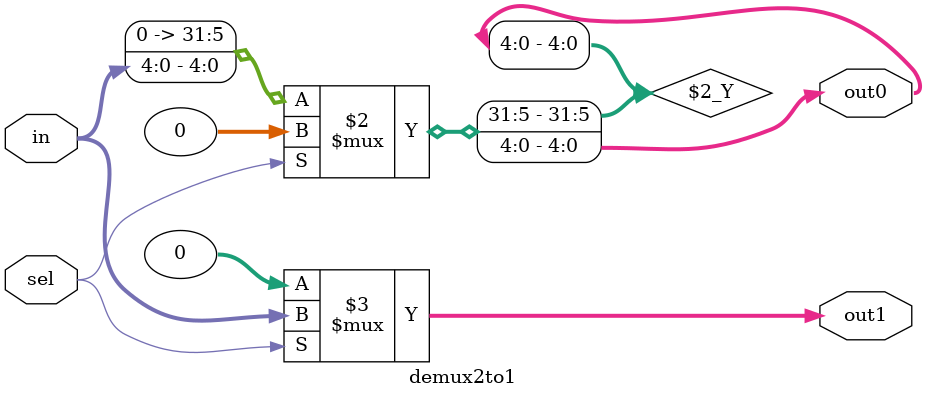
<source format=v>
module demux2to1 (
    input [31:0] in,
    input sel,
    output [4:0] out0,
    output [31:0] out1
);
    assign out0 = sel ? 32'b0 : in[4:0];
    assign out1 = sel ? in : 32'b0; 
endmodule
</source>
